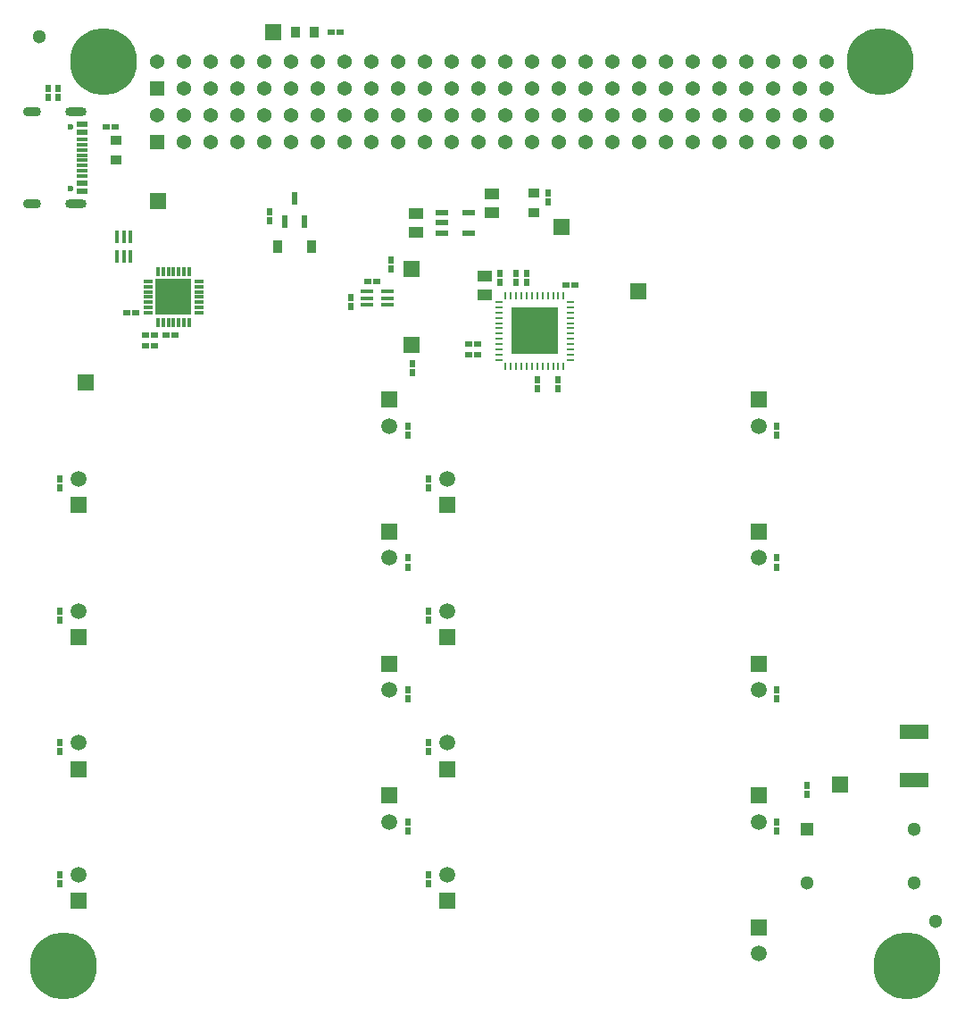
<source format=gbr>
%TF.GenerationSoftware,Altium Limited,Altium Designer,24.0.1 (36)*%
G04 Layer_Color=255*
%FSLAX45Y45*%
%MOMM*%
%TF.SameCoordinates,35AB2F61-03EE-4C9E-862A-60B4A91D9B88*%
%TF.FilePolarity,Positive*%
%TF.FileFunction,Pads,Top*%
%TF.Part,Single*%
G01*
G75*
%TA.AperFunction,SMDPad,CuDef*%
%ADD10R,4.50000X4.50000*%
%ADD11R,0.25000X0.68000*%
%ADD12R,0.68000X0.25000*%
G04:AMPARAMS|DCode=13|XSize=0.25mm|YSize=0.68mm|CornerRadius=0.00625mm|HoleSize=0mm|Usage=FLASHONLY|Rotation=90.000|XOffset=0mm|YOffset=0mm|HoleType=Round|Shape=RoundedRectangle|*
%AMROUNDEDRECTD13*
21,1,0.25000,0.66750,0,0,90.0*
21,1,0.23750,0.68000,0,0,90.0*
1,1,0.01250,0.33375,0.11875*
1,1,0.01250,0.33375,-0.11875*
1,1,0.01250,-0.33375,-0.11875*
1,1,0.01250,-0.33375,0.11875*
%
%ADD13ROUNDEDRECTD13*%
%ADD14R,0.40000X1.19000*%
%ADD15R,0.60000X0.65000*%
%ADD16R,1.00000X0.95000*%
%ADD17R,0.65000X0.60000*%
%ADD18R,1.19000X0.40000*%
%ADD19R,0.95000X0.30000*%
%ADD20R,0.30000X0.95000*%
%ADD21R,3.35000X3.35000*%
%ADD22R,1.40000X1.00000*%
%ADD23R,0.95000X1.00000*%
%ADD24R,1.21000X0.59000*%
%TA.AperFunction,ConnectorPad*%
%ADD25R,1.14000X0.60000*%
%ADD26R,1.14000X0.30000*%
%TA.AperFunction,SMDPad,CuDef*%
%ADD27R,2.70000X1.35000*%
%ADD28R,0.60000X1.20000*%
%ADD29R,0.91440X1.21920*%
%TA.AperFunction,WasherPad*%
%ADD35C,1.30000*%
%TA.AperFunction,ComponentPad*%
%ADD36R,1.50000X1.50000*%
%ADD37R,1.50800X1.50800*%
%ADD38C,1.50800*%
%ADD39R,1.50000X1.50000*%
%ADD40O,1.70000X0.90000*%
%ADD41O,2.00000X0.90000*%
%ADD42C,0.60000*%
%TA.AperFunction,ViaPad*%
%ADD43C,6.35000*%
%TA.AperFunction,ComponentPad*%
%ADD44R,1.30000X1.30000*%
%ADD45C,1.30000*%
%ADD46C,1.37000*%
%ADD47R,1.37000X1.37000*%
D10*
X4977499Y6526001D02*
D03*
D11*
X5252499Y6189501D02*
D03*
X5052499D02*
D03*
X4902499D02*
D03*
X5102499D02*
D03*
X5152499D02*
D03*
X5202499D02*
D03*
X4702500D02*
D03*
X4752500D02*
D03*
X4802500D02*
D03*
X4852500D02*
D03*
X5002499D02*
D03*
X4952499D02*
D03*
Y6862500D02*
D03*
X4852500D02*
D03*
X4802500D02*
D03*
X4752500D02*
D03*
X5052499D02*
D03*
X4902499D02*
D03*
X5102499D02*
D03*
X5152499D02*
D03*
X5202499D02*
D03*
X4702500D02*
D03*
X5002499D02*
D03*
X5252499D02*
D03*
D12*
X5313999Y6251001D02*
D03*
Y6801000D02*
D03*
Y6751000D02*
D03*
Y6401001D02*
D03*
Y6451001D02*
D03*
Y6501001D02*
D03*
Y6601001D02*
D03*
Y6651000D02*
D03*
Y6701000D02*
D03*
Y6351001D02*
D03*
Y6301001D02*
D03*
X4641000Y6651000D02*
D03*
Y6601001D02*
D03*
Y6501001D02*
D03*
Y6551001D02*
D03*
Y6701000D02*
D03*
Y6751000D02*
D03*
Y6251001D02*
D03*
Y6301001D02*
D03*
Y6351001D02*
D03*
Y6401001D02*
D03*
Y6451001D02*
D03*
Y6801000D02*
D03*
D13*
X5313999Y6551001D02*
D03*
D14*
X1145248Y7421001D02*
D03*
X1080248D02*
D03*
X1015248D02*
D03*
Y7229001D02*
D03*
X1080248D02*
D03*
X1145248D02*
D03*
D15*
X5200000Y6067500D02*
D03*
Y5982500D02*
D03*
X5109400Y7745600D02*
D03*
Y7830600D02*
D03*
X3612500Y7202500D02*
D03*
Y7117500D02*
D03*
X3820000Y6135000D02*
D03*
Y6220000D02*
D03*
X3232500Y6845000D02*
D03*
Y6760000D02*
D03*
X360000Y8822500D02*
D03*
Y8737500D02*
D03*
X460000Y8822500D02*
D03*
Y8737500D02*
D03*
X4650000Y6982500D02*
D03*
Y7067500D02*
D03*
X5002500Y6067500D02*
D03*
Y5982500D02*
D03*
X4900000Y7067500D02*
D03*
Y6982500D02*
D03*
X4802500Y7067500D02*
D03*
Y6982500D02*
D03*
X7560000Y2222500D02*
D03*
Y2137500D02*
D03*
X2460000Y7567500D02*
D03*
Y7652500D02*
D03*
X3775000Y1790000D02*
D03*
Y1875000D02*
D03*
Y3040000D02*
D03*
Y3125000D02*
D03*
Y4290000D02*
D03*
Y4375000D02*
D03*
Y5540000D02*
D03*
Y5625000D02*
D03*
X475000Y1290000D02*
D03*
Y1375000D02*
D03*
Y2540000D02*
D03*
Y2625000D02*
D03*
Y3790000D02*
D03*
Y3875000D02*
D03*
Y5040000D02*
D03*
Y5125000D02*
D03*
X7275000Y1790000D02*
D03*
Y1875000D02*
D03*
Y3040000D02*
D03*
Y3125000D02*
D03*
Y4290000D02*
D03*
Y4375000D02*
D03*
Y5540000D02*
D03*
Y5625000D02*
D03*
X3975000Y1290000D02*
D03*
Y1375000D02*
D03*
Y2540000D02*
D03*
Y2625000D02*
D03*
Y3790000D02*
D03*
Y3875000D02*
D03*
Y5040000D02*
D03*
Y5125000D02*
D03*
D16*
X4969400Y7830600D02*
D03*
Y7650600D02*
D03*
X1005000Y8150000D02*
D03*
Y8330000D02*
D03*
D17*
X3480000Y6995000D02*
D03*
X3395000D02*
D03*
X1288340Y6489560D02*
D03*
X1373340D02*
D03*
X1568340D02*
D03*
X1483340D02*
D03*
X1373340Y6382060D02*
D03*
X1288340D02*
D03*
X1195840Y6697060D02*
D03*
X1110840D02*
D03*
X3134360Y9357360D02*
D03*
X3049360D02*
D03*
X5272500Y6965000D02*
D03*
X5357500D02*
D03*
X4350000Y6300000D02*
D03*
X4435000D02*
D03*
X4350000Y6400000D02*
D03*
X4435000D02*
D03*
X1002500Y8457500D02*
D03*
X917500D02*
D03*
D18*
X3580400Y6901100D02*
D03*
Y6836100D02*
D03*
Y6771100D02*
D03*
X3388400D02*
D03*
Y6836100D02*
D03*
Y6901100D02*
D03*
D19*
X1313340Y6997059D02*
D03*
Y6947060D02*
D03*
Y6897060D02*
D03*
Y6847060D02*
D03*
Y6797060D02*
D03*
Y6747060D02*
D03*
Y6697060D02*
D03*
X1793340D02*
D03*
Y6747060D02*
D03*
Y6797060D02*
D03*
Y6847060D02*
D03*
Y6897060D02*
D03*
Y6947060D02*
D03*
Y6997059D02*
D03*
D20*
X1403340Y6607060D02*
D03*
X1453340D02*
D03*
X1503340D02*
D03*
X1553340D02*
D03*
X1603340D02*
D03*
X1653340D02*
D03*
X1703340D02*
D03*
Y7087059D02*
D03*
X1653340D02*
D03*
X1603340D02*
D03*
X1553340D02*
D03*
X1503340D02*
D03*
X1453340D02*
D03*
X1403340D02*
D03*
D21*
X1553340Y6847059D02*
D03*
D22*
X4575000Y7645000D02*
D03*
Y7822800D02*
D03*
X4507500Y6872200D02*
D03*
Y7050000D02*
D03*
X3850000Y7461100D02*
D03*
Y7638900D02*
D03*
D23*
X2887640Y9357360D02*
D03*
X2707640D02*
D03*
D24*
X4350500Y7645000D02*
D03*
Y7455000D02*
D03*
X4099500D02*
D03*
Y7550000D02*
D03*
Y7645000D02*
D03*
D25*
X685000Y7847500D02*
D03*
Y7927500D02*
D03*
Y8407500D02*
D03*
Y8487500D02*
D03*
D26*
Y7992500D02*
D03*
Y8042500D02*
D03*
Y8092500D02*
D03*
Y8142500D02*
D03*
Y8342500D02*
D03*
Y8292500D02*
D03*
Y8242500D02*
D03*
Y8192500D02*
D03*
D27*
X8575000Y2727500D02*
D03*
Y2272500D02*
D03*
D28*
X2700000Y7785000D02*
D03*
X2795000Y7565000D02*
D03*
X2605000D02*
D03*
D29*
X2863830Y7325000D02*
D03*
X2536170D02*
D03*
D35*
X8777500Y935000D02*
D03*
X277500Y9317500D02*
D03*
D36*
X3812500Y6390000D02*
D03*
D37*
X4150000Y4875000D02*
D03*
X650000Y1125000D02*
D03*
Y4875000D02*
D03*
Y3625000D02*
D03*
Y2375000D02*
D03*
X3600000Y4625000D02*
D03*
Y5875000D02*
D03*
Y2125000D02*
D03*
Y3375000D02*
D03*
X4150000Y3625000D02*
D03*
Y2375000D02*
D03*
Y1125000D02*
D03*
X7100000Y5875000D02*
D03*
Y4625000D02*
D03*
Y3375000D02*
D03*
Y2125000D02*
D03*
Y875000D02*
D03*
D38*
X4150000Y5125000D02*
D03*
X650000Y1375000D02*
D03*
Y5125000D02*
D03*
Y3875000D02*
D03*
Y2625000D02*
D03*
X3600000Y4375000D02*
D03*
Y5625000D02*
D03*
Y1875000D02*
D03*
Y3125000D02*
D03*
X4150000Y3875000D02*
D03*
Y2625000D02*
D03*
Y1375000D02*
D03*
X7100000Y5625000D02*
D03*
Y4375000D02*
D03*
Y3125000D02*
D03*
Y1875000D02*
D03*
Y625000D02*
D03*
D39*
X3812500Y7117500D02*
D03*
X1407500Y7757500D02*
D03*
X2496820Y9357500D02*
D03*
X7875000Y2225000D02*
D03*
X721360Y6037580D02*
D03*
X5957500Y6905000D02*
D03*
X5232500Y7507500D02*
D03*
D40*
X210000Y7735000D02*
D03*
Y8600000D02*
D03*
D41*
X627000Y7735000D02*
D03*
Y8600000D02*
D03*
D42*
X578000Y8456500D02*
D03*
Y7878500D02*
D03*
D43*
X8255000Y9080500D02*
D03*
X889000D02*
D03*
X8509000Y508000D02*
D03*
X508000D02*
D03*
D44*
X7559000Y1808000D02*
D03*
D45*
Y1300000D02*
D03*
X8575000D02*
D03*
Y1808000D02*
D03*
D46*
X2159000Y9080500D02*
D03*
X3683000D02*
D03*
X2921000D02*
D03*
X2667000D02*
D03*
X2413000D02*
D03*
X3429000D02*
D03*
X1905000D02*
D03*
X1651000D02*
D03*
X3175000D02*
D03*
X1397000D02*
D03*
X6223000D02*
D03*
X6477000Y8826500D02*
D03*
X7493000Y9080500D02*
D03*
Y8826500D02*
D03*
X7239000Y9080500D02*
D03*
Y8826500D02*
D03*
X6985000Y9080500D02*
D03*
Y8826500D02*
D03*
X6731000Y9080500D02*
D03*
Y8826500D02*
D03*
X6477000Y9080500D02*
D03*
X7747000D02*
D03*
Y8826500D02*
D03*
X6223000D02*
D03*
X3175000D02*
D03*
X4445000D02*
D03*
X3683000D02*
D03*
X3937000D02*
D03*
X4191000D02*
D03*
X3429000D02*
D03*
X5969000D02*
D03*
X5715000D02*
D03*
X5461000D02*
D03*
X4699000D02*
D03*
X4953000D02*
D03*
X5207000D02*
D03*
X2159000D02*
D03*
X2921000D02*
D03*
X2667000D02*
D03*
X2413000D02*
D03*
X1905000D02*
D03*
X1651000D02*
D03*
X5207000Y9080500D02*
D03*
X5969000D02*
D03*
X5715000D02*
D03*
X5461000D02*
D03*
X4953000D02*
D03*
X4699000D02*
D03*
X4445000D02*
D03*
X4191000D02*
D03*
X3937000D02*
D03*
X2159000Y8572500D02*
D03*
X3683000D02*
D03*
X2921000D02*
D03*
X2667000D02*
D03*
X2413000D02*
D03*
X3429000D02*
D03*
X1905000D02*
D03*
X1651000D02*
D03*
X3175000D02*
D03*
X1397000D02*
D03*
X6223000D02*
D03*
X6477000Y8318500D02*
D03*
X7493000Y8572500D02*
D03*
Y8318500D02*
D03*
X7239000Y8572500D02*
D03*
Y8318500D02*
D03*
X6985000Y8572500D02*
D03*
Y8318500D02*
D03*
X6731000Y8572500D02*
D03*
Y8318500D02*
D03*
X6477000Y8572500D02*
D03*
X7747000D02*
D03*
Y8318500D02*
D03*
X6223000D02*
D03*
X3175000D02*
D03*
X4445000D02*
D03*
X3683000D02*
D03*
X3937000D02*
D03*
X4191000D02*
D03*
X3429000D02*
D03*
X5969000D02*
D03*
X5715000D02*
D03*
X5461000D02*
D03*
X4699000D02*
D03*
X4953000D02*
D03*
X5207000D02*
D03*
X2159000D02*
D03*
X2921000D02*
D03*
X2667000D02*
D03*
X2413000D02*
D03*
X1905000D02*
D03*
X1651000D02*
D03*
X5207000Y8572500D02*
D03*
X5969000D02*
D03*
X5715000D02*
D03*
X5461000D02*
D03*
X4953000D02*
D03*
X4699000D02*
D03*
X4445000D02*
D03*
X4191000D02*
D03*
X3937000D02*
D03*
D47*
X1397000Y8826500D02*
D03*
Y8318500D02*
D03*
%TF.MD5,9f24f759a0ef6ce0dc96ed0c3071e67b*%
M02*

</source>
